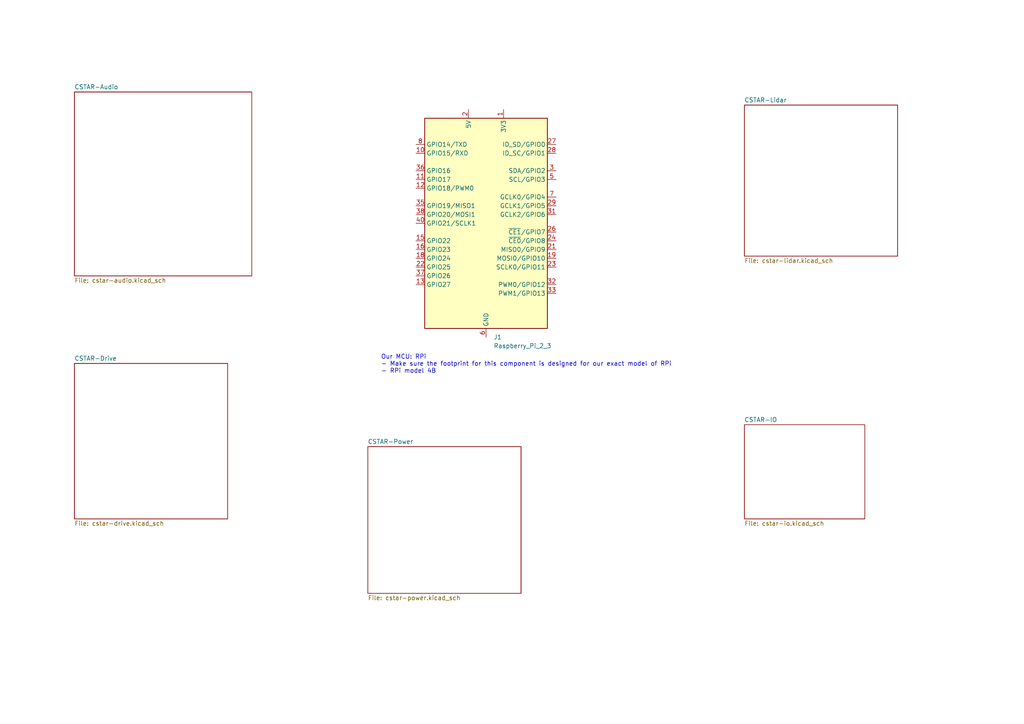
<source format=kicad_sch>
(kicad_sch (version 20231120) (generator "eeschema") (generator_version "8.0")
  (paper "A4")
  (lib_symbols
    (symbol "Connector:Raspberry_Pi_2_3"
      (property "Reference" "J" (at -17.78 31.75 0))
      (property "Value" "Raspberry_Pi_2_3" (at 10.16 -31.75 0))
      (symbol "Raspberry_Pi_2_3_0_1"
        (rectangle (start -17.78 30.48) (end 17.78 -30.48) (stroke (width 0.254)) (fill (type background)))
      )
      (symbol "Raspberry_Pi_2_3_1_1"
        (pin power_in line (at 5.08 33.02 270) (length 2.54) (name "3V3") (number "1"))
        (pin bidirectional line (at -20.32 20.32 0) (length 2.54) (name "GPIO15/RXD") (number "10"))
        (pin bidirectional line (at -20.32 12.7 0) (length 2.54) (name "GPIO17") (number "11"))
        (pin bidirectional line (at -20.32 10.16 0) (length 2.54) (name "GPIO18/PWM0") (number "12"))
        (pin bidirectional line (at -20.32 -17.78 0) (length 2.54) (name "GPIO27") (number "13"))
        (pin passive line (at 0 -33.02 90) (length 2.54) hide (name "GND") (number "14"))
        (pin bidirectional line (at -20.32 -5.08 0) (length 2.54) (name "GPIO22") (number "15"))
        (pin bidirectional line (at -20.32 -7.62 0) (length 2.54) (name "GPIO23") (number "16"))
        (pin passive line (at 5.08 33.02 270) (length 2.54) hide (name "3V3") (number "17"))
        (pin bidirectional line (at -20.32 -10.16 0) (length 2.54) (name "GPIO24") (number "18"))
        (pin bidirectional line (at 20.32 -10.16 180) (length 2.54) (name "MOSI0/GPIO10") (number "19"))
        (pin power_in line (at -5.08 33.02 270) (length 2.54) (name "5V") (number "2"))
        (pin passive line (at 0 -33.02 90) (length 2.54) hide (name "GND") (number "20"))
        (pin bidirectional line (at 20.32 -7.62 180) (length 2.54) (name "MISO0/GPIO9") (number "21"))
        (pin bidirectional line (at -20.32 -12.7 0) (length 2.54) (name "GPIO25") (number "22"))
        (pin bidirectional line (at 20.32 -12.7 180) (length 2.54) (name "SCLK0/GPIO11") (number "23"))
        (pin bidirectional line (at 20.32 -5.08 180) (length 2.54) (name "~{CE0}/GPIO8") (number "24"))
        (pin passive line (at 0 -33.02 90) (length 2.54) hide (name "GND") (number "25"))
        (pin bidirectional line (at 20.32 -2.54 180) (length 2.54) (name "~{CE1}/GPIO7") (number "26"))
        (pin bidirectional line (at 20.32 22.86 180) (length 2.54) (name "ID_SD/GPIO0") (number "27"))
        (pin bidirectional line (at 20.32 20.32 180) (length 2.54) (name "ID_SC/GPIO1") (number "28"))
        (pin bidirectional line (at 20.32 5.08 180) (length 2.54) (name "GCLK1/GPIO5") (number "29"))
        (pin bidirectional line (at 20.32 15.24 180) (length 2.54) (name "SDA/GPIO2") (number "3"))
        (pin passive line (at 0 -33.02 90) (length 2.54) hide (name "GND") (number "30"))
        (pin bidirectional line (at 20.32 2.54 180) (length 2.54) (name "GCLK2/GPIO6") (number "31"))
        (pin bidirectional line (at 20.32 -17.78 180) (length 2.54) (name "PWM0/GPIO12") (number "32"))
        (pin bidirectional line (at 20.32 -20.32 180) (length 2.54) (name "PWM1/GPIO13") (number "33"))
        (pin passive line (at 0 -33.02 90) (length 2.54) hide (name "GND") (number "34"))
        (pin bidirectional line (at -20.32 5.08 0) (length 2.54) (name "GPIO19/MISO1") (number "35"))
        (pin bidirectional line (at -20.32 15.24 0) (length 2.54) (name "GPIO16") (number "36"))
        (pin bidirectional line (at -20.32 -15.24 0) (length 2.54) (name "GPIO26") (number "37"))
        (pin bidirectional line (at -20.32 2.54 0) (length 2.54) (name "GPIO20/MOSI1") (number "38"))
        (pin passive line (at 0 -33.02 90) (length 2.54) hide (name "GND") (number "39"))
        (pin passive line (at -5.08 33.02 270) (length 2.54) hide (name "5V") (number "4"))
        (pin bidirectional line (at -20.32 0 0) (length 2.54) (name "GPIO21/SCLK1") (number "40"))
        (pin bidirectional line (at 20.32 12.7 180) (length 2.54) (name "SCL/GPIO3") (number "5"))
        (pin power_in line (at 0 -33.02 90) (length 2.54) (name "GND") (number "6"))
        (pin bidirectional line (at 20.32 7.62 180) (length 2.54) (name "GCLK0/GPIO4") (number "7"))
        (pin bidirectional line (at -20.32 22.86 0) (length 2.54) (name "GPIO14/TXD") (number "8"))
        (pin passive line (at 0 -33.02 90) (length 2.54) hide (name "GND") (number "9"))
      )
    )
  )
  (text "Our MCU: RPi\n- Make sure the footprint for this component is designed for our exact model of RPi\n- RPi model 4B" (at 110.49 105.664 0) (effects (font (size 1.27 1.27)) (justify left)))
  (symbol (lib_id "Connector:Raspberry_Pi_2_3") (at 140.97 64.77 0) (unit 1)
    (property "Reference" "J1" (at 143.1641 97.79 0) (effects (justify left)))
    (property "Value" "Raspberry_Pi_2_3" (at 143.1641 100.33 0) (effects (justify left)))
    (property "Datasheet" "https://www.raspberrypi.org/documentation/hardware/raspberrypi/schematics/rpi_SCH_3bplus_1p0_reduced.pdf" (effects (hide yes)))
    (property "Description" "expansion header for Raspberry Pi 2 & 3" (effects (hide yes)))
  )
  (sheet (at 21.59 105.41) (size 44.45 45.085) (stroke (width 0.1524))
    (property "Sheetname" "CSTAR-Drive" (at 21.59 104.6984 0) (effects (justify left bottom)))
    (property "Sheetfile" "cstar-drive.kicad_sch" (at 21.59 151.0796 0) (effects (justify left top)))
  )
  (sheet (at 215.9 30.48) (size 44.45 43.815) (stroke (width 0.1524))
    (property "Sheetname" "CSTAR-Lidar" (at 215.9 29.7684 0) (effects (justify left bottom)))
    (property "Sheetfile" "cstar-lidar.kicad_sch" (at 215.9 74.8796 0) (effects (justify left top)))
  )
  (sheet (at 106.68 129.54) (size 44.45 42.545) (stroke (width 0.1524))
    (property "Sheetname" "CSTAR-Power" (at 106.68 128.8284 0) (effects (justify left bottom)))
    (property "Sheetfile" "cstar-power.kicad_sch" (at 106.68 172.6696 0) (effects (justify left top)))
  )
  (sheet (at 21.59 26.67) (size 51.435 53.34) (stroke (width 0.1524))
    (property "Sheetname" "CSTAR-Audio" (at 21.59 25.9584 0) (effects (justify left bottom)))
    (property "Sheetfile" "cstar-audio.kicad_sch" (at 21.59 80.5946 0) (effects (justify left top)))
  )
  (sheet (at 215.9 123.19) (size 34.925 27.305) (stroke (width 0.1524))
    (property "Sheetname" "CSTAR-IO" (at 215.9 122.4784 0) (effects (justify left bottom)))
    (property "Sheetfile" "cstar-io.kicad_sch" (at 215.9 151.0796 0) (effects (justify left top)))
  )
)
</source>
